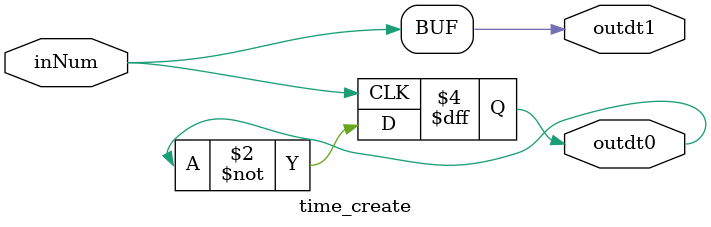
<source format=v>
module time_create(inNum,outdt0,outdt1);
	input inNum;
	output reg outdt0;
	output outdt1;
	
	assign outdt1 = inNum;

	always @ (posedge inNum)
		outdt0 <= ~outdt0;
	
	initial outdt0 <= 0;

endmodule

</source>
